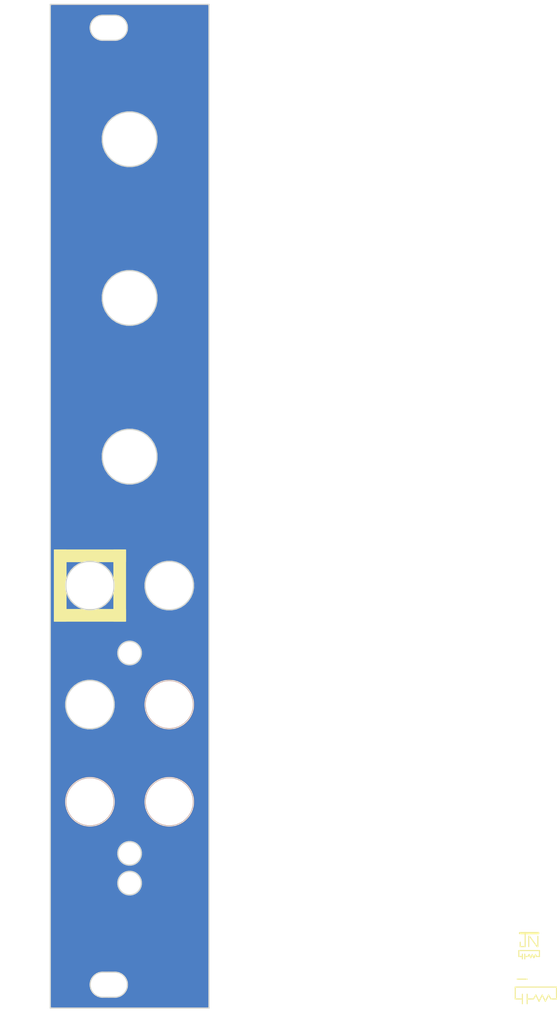
<source format=kicad_pcb>
(kicad_pcb (version 20171130) (host pcbnew "(5.1.9-0-10_14)")

  (general
    (thickness 1.6)
    (drawings 157)
    (tracks 0)
    (zones 0)
    (modules 0)
    (nets 1)
  )

  (page A4)
  (layers
    (0 F.Cu signal)
    (31 B.Cu signal)
    (32 B.Adhes user)
    (33 F.Adhes user)
    (34 B.Paste user)
    (35 F.Paste user)
    (36 B.SilkS user)
    (37 F.SilkS user)
    (38 B.Mask user)
    (39 F.Mask user)
    (40 Dwgs.User user)
    (41 Cmts.User user)
    (42 Eco1.User user)
    (43 Eco2.User user)
    (44 Edge.Cuts user)
    (45 Margin user)
    (46 B.CrtYd user)
    (47 F.CrtYd user)
    (48 B.Fab user hide)
    (49 F.Fab user hide)
  )

  (setup
    (last_trace_width 0.4064)
    (user_trace_width 0.2032)
    (user_trace_width 0.254)
    (user_trace_width 0.4064)
    (user_trace_width 0.508)
    (user_trace_width 0.6096)
    (user_trace_width 0.762)
    (user_trace_width 1.016)
    (trace_clearance 0.3048)
    (zone_clearance 0)
    (zone_45_only no)
    (trace_min 0.2032)
    (via_size 0.762)
    (via_drill 0.4064)
    (via_min_size 0.45)
    (via_min_drill 0.2)
    (user_via 0.6096 0.4064)
    (uvia_size 0.6)
    (uvia_drill 0.4)
    (uvias_allowed no)
    (uvia_min_size 0.45)
    (uvia_min_drill 0.2)
    (edge_width 0.15)
    (segment_width 0.2)
    (pcb_text_width 0.3)
    (pcb_text_size 1.5 1.5)
    (mod_edge_width 0.15)
    (mod_text_size 1 1)
    (mod_text_width 0.15)
    (pad_size 2.999999 2.999999)
    (pad_drill 2)
    (pad_to_mask_clearance 0)
    (aux_axis_origin 0 0)
    (visible_elements FFFFFF7F)
    (pcbplotparams
      (layerselection 0x010f0_ffffffff)
      (usegerberextensions false)
      (usegerberattributes true)
      (usegerberadvancedattributes true)
      (creategerberjobfile true)
      (excludeedgelayer true)
      (linewidth 0.100000)
      (plotframeref false)
      (viasonmask false)
      (mode 1)
      (useauxorigin false)
      (hpglpennumber 1)
      (hpglpenspeed 20)
      (hpglpendiameter 15.000000)
      (psnegative false)
      (psa4output false)
      (plotreference true)
      (plotvalue true)
      (plotinvisibletext false)
      (padsonsilk false)
      (subtractmaskfromsilk false)
      (outputformat 1)
      (mirror false)
      (drillshape 0)
      (scaleselection 1)
      (outputdirectory ""))
  )

  (net 0 "")

  (net_class Default "This is the default net class."
    (clearance 0.3048)
    (trace_width 0.4064)
    (via_dia 0.762)
    (via_drill 0.4064)
    (uvia_dia 0.6)
    (uvia_drill 0.4)
    (diff_pair_width 0.2032)
    (diff_pair_gap 0.25)
  )

  (net_class Medium ""
    (clearance 0.3048)
    (trace_width 0.3048)
    (via_dia 0.762)
    (via_drill 0.4064)
    (uvia_dia 0.6)
    (uvia_drill 0.4)
    (diff_pair_width 0.2032)
    (diff_pair_gap 0.25)
  )

  (net_class Power ""
    (clearance 0.508)
    (trace_width 0.6096)
    (via_dia 0.762)
    (via_drill 0.4064)
    (uvia_dia 0.6)
    (uvia_drill 0.4)
    (diff_pair_width 0.2032)
    (diff_pair_gap 0.25)
  )

  (net_class Small ""
    (clearance 0.3048)
    (trace_width 0.254)
    (via_dia 0.762)
    (via_drill 0.4064)
    (uvia_dia 0.6)
    (uvia_drill 0.4)
    (diff_pair_width 0.2032)
    (diff_pair_gap 0.25)
  )

  (net_class "Small and Close" ""
    (clearance 0.254)
    (trace_width 0.254)
    (via_dia 0.762)
    (via_drill 0.4064)
    (uvia_dia 0.6)
    (uvia_drill 0.4)
    (diff_pair_width 0.2032)
    (diff_pair_gap 0.25)
  )

  (gr_poly (pts (xy 87.63 106.426) (xy 87.63 104.902) (xy 96.774 104.902) (xy 96.774 106.426)) (layer F.SilkS) (width 0.1) (tstamp 5FF569BB))
  (gr_poly (pts (xy 89.154 114.046) (xy 87.63 114.046) (xy 87.63 104.902) (xy 89.154 104.902)) (layer F.SilkS) (width 0.1) (tstamp 5FF569B0))
  (gr_poly (pts (xy 96.774 112.522) (xy 96.774 114.046) (xy 87.63 114.046) (xy 87.63 112.522)) (layer F.SilkS) (width 0.1) (tstamp 5FF569A9))
  (gr_poly (pts (xy 96.774 114.046) (xy 95.25 114.046) (xy 95.25 104.902) (xy 96.774 104.902)) (layer F.SilkS) (width 0.1))
  (gr_line (start 97.282 52.324) (end 103.4034 58.4454) (layer Eco1.User) (width 0.15) (tstamp 5FF565C2))
  (gr_line (start 97.282 52.324) (end 91.1606 58.4454) (layer Eco1.User) (width 0.15) (tstamp 5FF5631F))
  (gr_line (start 97.282 52.324) (end 88.646 52.324) (layer Eco1.User) (width 0.15) (tstamp 5FF56282))
  (gr_line (start 97.282 52.324) (end 91.1606 46.2026) (layer Eco1.User) (width 0.15) (tstamp 5FF56265))
  (gr_circle (center 97.282 52.324) (end 105.918 51.562) (layer Eco1.User) (width 0.15))
  (gr_line (start 97.282 52.324) (end 103.4034 46.2026) (layer Eco1.User) (width 0.15) (tstamp 5FF561C2))
  (gr_line (start 97.282 52.324) (end 97.282 43.688) (layer Eco1.User) (width 0.15))
  (gr_circle (center 102.362 124.714) (end 106.172 124.714) (layer F.Cu) (width 1.6) (tstamp 5FF55EF7))
  (gr_circle (center 102.362 137.16) (end 106.172 137.16) (layer F.Cu) (width 1.6) (tstamp 5FF55EC9))
  (gr_circle (center 92.202 137.16) (end 96.012 137.16) (layer F.Cu) (width 1.6))
  (gr_line (start 87.122 147.574) (end 107.442 147.574) (layer Dwgs.User) (width 0.15) (tstamp 5FF559B6))
  (gr_line (start 87.122 143.764) (end 107.442 143.764) (layer Dwgs.User) (width 0.15) (tstamp 5FF559B4))
  (gr_line (start 87.122 52.324) (end 107.442 52.324) (layer Dwgs.User) (width 0.15) (tstamp 5FF55938))
  (gr_line (start 87.122 72.644) (end 107.442 72.644) (layer Dwgs.User) (width 0.15) (tstamp 5FF55934))
  (gr_line (start 87.122 92.964) (end 107.442 92.964) (layer Dwgs.User) (width 0.15) (tstamp 5FF5592E))
  (gr_line (start 87.122 109.474) (end 107.442 109.474) (layer Dwgs.User) (width 0.15) (tstamp 5FF55354))
  (gr_line (start 87.122 118.11) (end 107.442 118.11) (layer Dwgs.User) (width 0.15) (tstamp 5FF5534F))
  (gr_line (start 87.122 124.714) (end 107.442 124.714) (layer Dwgs.User) (width 0.15) (tstamp 5FF5534B))
  (gr_line (start 87.122 137.16) (end 107.442 137.16) (layer Dwgs.User) (width 0.15))
  (gr_line (start 94.615 162.179) (end 95.4024 162.179) (layer Edge.Cuts) (width 0.15) (tstamp 5FF550DD))
  (gr_line (start 94.615 162.179) (end 93.8276 162.179) (layer Edge.Cuts) (width 0.15) (tstamp 5FF550DB))
  (gr_line (start 94.615 160.5788) (end 94.4626 160.7312) (layer Dwgs.User) (width 0.1) (tstamp 5FF550DE))
  (gr_line (start 94.615 158.9786) (end 95.4024 158.9786) (layer Edge.Cuts) (width 0.15) (tstamp 5FF550D5))
  (gr_line (start 94.615 160.5788) (end 94.7674 160.4264) (layer Dwgs.User) (width 0.1) (tstamp 5FF550E0))
  (gr_line (start 94.615 160.5788) (end 94.4626 160.4264) (layer Dwgs.User) (width 0.1) (tstamp 5FF550D8))
  (gr_line (start 94.615 158.9786) (end 93.8276 158.9786) (layer Edge.Cuts) (width 0.15) (tstamp 5FF550D6))
  (gr_arc (start 93.8276 160.5788) (end 92.2274 160.5788) (angle -90) (layer Edge.Cuts) (width 0.15) (tstamp 5FF550D9))
  (gr_arc (start 95.4024 160.5788) (end 95.4024 162.179) (angle -90) (layer Edge.Cuts) (width 0.15) (tstamp 5FF550D7))
  (gr_arc (start 93.8276 160.5788) (end 93.8276 158.9786) (angle -90) (layer Edge.Cuts) (width 0.15) (tstamp 5FF550DF))
  (gr_arc (start 95.4024 160.5788) (end 97.0026 160.5788) (angle -90) (layer Edge.Cuts) (width 0.15) (tstamp 5FF550DA))
  (gr_line (start 94.615 160.5788) (end 94.7674 160.7312) (layer Dwgs.User) (width 0.1) (tstamp 5FF550DC))
  (gr_circle (center 94.615 160.5788) (end 96.215 160.5788) (layer Dwgs.User) (width 0.05))
  (gr_line (start 94.615 36.449) (end 95.4024 36.449) (layer Edge.Cuts) (width 0.15) (tstamp 5FF55094))
  (gr_line (start 93.8276 39.6494) (end 93.8276 38.0492) (layer Dwgs.User) (width 0.05) (tstamp 5FF55070))
  (gr_circle (center 94.615 38.0492) (end 96.215 38.0492) (layer Dwgs.User) (width 0.05) (tstamp 5FF54FEB))
  (gr_line (start 94.615 36.449) (end 93.8276 36.449) (layer Edge.Cuts) (width 0.15) (tstamp 5FF55069))
  (gr_arc (start 95.4024 38.0492) (end 95.4024 39.6494) (angle -90) (layer Edge.Cuts) (width 0.15) (tstamp 5FF5509E))
  (gr_line (start 94.615 38.0492) (end 94.4626 37.8968) (layer Dwgs.User) (width 0.1) (tstamp 5FF550A8))
  (gr_arc (start 93.8276 38.0492) (end 92.2274 38.0492) (angle -90) (layer Edge.Cuts) (width 0.15))
  (gr_arc (start 95.4024 38.0492) (end 97.0026 38.0492) (angle -90) (layer Edge.Cuts) (width 0.15) (tstamp 5FF550A2))
  (gr_line (start 94.615 39.6494) (end 93.8276 39.6494) (layer Edge.Cuts) (width 0.15) (tstamp 5FF55087))
  (gr_line (start 94.615 38.0492) (end 94.7674 38.2016) (layer Dwgs.User) (width 0.1) (tstamp 5FF550AE))
  (gr_line (start 94.615 39.6494) (end 95.4024 39.6494) (layer Edge.Cuts) (width 0.15) (tstamp 5FF5508E))
  (gr_line (start 94.615 38.0492) (end 94.4626 38.2016) (layer Dwgs.User) (width 0.1) (tstamp 5FF550AB))
  (gr_arc (start 93.8276 38.0492) (end 93.8276 36.449) (angle -90) (layer Edge.Cuts) (width 0.15))
  (gr_line (start 93.8276 38.0492) (end 93.8276 36.449) (layer Dwgs.User) (width 0.05))
  (gr_line (start 94.615 38.0492) (end 94.7674 37.8968) (layer Dwgs.User) (width 0.1))
  (gr_circle (center 97.282 52.324) (end 100.782 52.324) (layer Edge.Cuts) (width 0.15) (tstamp 5FF55120))
  (gr_circle (center 97.282 72.644) (end 100.782 72.644) (layer Edge.Cuts) (width 0.15) (tstamp 5FF55115))
  (gr_circle (center 97.282 92.964) (end 100.782 92.964) (layer Edge.Cuts) (width 0.15))
  (gr_circle (center 92.202 137.16) (end 95.302 137.16) (layer Edge.Cuts) (width 0.15) (tstamp 5FF55104))
  (gr_circle (center 102.362 137.16) (end 105.462 137.16) (layer Edge.Cuts) (width 0.15) (tstamp 5FF55102))
  (gr_circle (center 102.362 124.714) (end 105.462 124.714) (layer Edge.Cuts) (width 0.15) (tstamp 5FF55100))
  (gr_line (start 87.122 39.243) (end 94.615 39.243) (layer Dwgs.User) (width 0.05) (tstamp 5FF54FE9))
  (gr_line (start 87.122 38.0492) (end 94.615 38.0492) (layer Dwgs.User) (width 0.05))
  (dimension 2.9972 (width 0.15) (layer Dwgs.User)
    (gr_text "2.997 mm" (at 84.6028 36.5506 270) (layer Dwgs.User)
      (effects (font (size 1 1) (thickness 0.15)))
    )
    (feature1 (pts (xy 87.122 38.0492) (xy 85.316379 38.0492)))
    (feature2 (pts (xy 87.122 35.052) (xy 85.316379 35.052)))
    (crossbar (pts (xy 85.9028 35.052) (xy 85.9028 38.0492)))
    (arrow1a (pts (xy 85.9028 38.0492) (xy 85.316379 36.922696)))
    (arrow1b (pts (xy 85.9028 38.0492) (xy 86.489221 36.922696)))
    (arrow2a (pts (xy 85.9028 35.052) (xy 85.316379 36.178504)))
    (arrow2b (pts (xy 85.9028 35.052) (xy 86.489221 36.178504)))
  )
  (gr_line (start 94.615 163.576) (end 94.615 35.052) (layer Dwgs.User) (width 0.05) (tstamp 5FF54F67))
  (dimension 7.493 (width 0.15) (layer Dwgs.User) (tstamp 5FF54F74)
    (gr_text "7.5 mm" (at 90.8685 166.3976) (layer Dwgs.User) (tstamp 5FF54F74)
      (effects (font (size 1 1) (thickness 0.15)))
    )
    (feature1 (pts (xy 94.615 163.576) (xy 94.615 165.534021)))
    (feature2 (pts (xy 87.122 163.576) (xy 87.122 165.534021)))
    (crossbar (pts (xy 87.122 164.9476) (xy 94.615 164.9476)))
    (arrow1a (pts (xy 94.615 164.9476) (xy 93.488496 165.534021)))
    (arrow1b (pts (xy 94.615 164.9476) (xy 93.488496 164.361179)))
    (arrow2a (pts (xy 87.122 164.9476) (xy 88.248504 165.534021)))
    (arrow2b (pts (xy 87.122 164.9476) (xy 88.248504 164.361179)))
  )
  (dimension 2.9972 (width 0.15) (layer Dwgs.User) (tstamp 5FF54F43)
    (gr_text "3 mm" (at 84.3488 162.0774 -90) (layer Dwgs.User) (tstamp 5FF54F43)
      (effects (font (size 1 1) (thickness 0.15)))
    )
    (feature1 (pts (xy 87.122 163.576) (xy 85.062379 163.576)))
    (feature2 (pts (xy 87.122 160.5788) (xy 85.062379 160.5788)))
    (crossbar (pts (xy 85.6488 160.5788) (xy 85.6488 163.576)))
    (arrow1a (pts (xy 85.6488 163.576) (xy 85.062379 162.449496)))
    (arrow1b (pts (xy 85.6488 163.576) (xy 86.235221 162.449496)))
    (arrow2a (pts (xy 85.6488 160.5788) (xy 85.062379 161.705304)))
    (arrow2b (pts (xy 85.6488 160.5788) (xy 86.235221 161.705304)))
  )
  (gr_circle (center 97.282 147.574) (end 98.782 147.574) (layer Edge.Cuts) (width 0.15) (tstamp 5FF54F79))
  (gr_circle (center 97.282 143.764) (end 98.782 143.764) (layer Edge.Cuts) (width 0.15) (tstamp 5FF54F6D))
  (gr_circle (center 92.202 124.714) (end 95.302 124.714) (layer Edge.Cuts) (width 0.15) (tstamp 5FF54F70))
  (gr_circle (center 102.362 109.474) (end 105.462 109.474) (layer Edge.Cuts) (width 0.15) (tstamp 5FF54F6A))
  (gr_circle (center 97.282 118.11) (end 98.782 118.11) (layer Edge.Cuts) (width 0.15) (tstamp 5FF54FB2))
  (gr_line (start 196.215 74.295) (end 209.296 74.295) (layer B.Fab) (width 0.6) (tstamp 5FEEE897))
  (gr_text "Red Stripe" (at 199.644 73.406) (layer B.Fab)
    (effects (font (size 0.8 0.8) (thickness 0.15)) (justify mirror))
  )
  (gr_line (start 146.9136 159.8676) (end 147.5486 159.8676) (layer F.SilkS) (width 0.15) (tstamp 5FED5CC2))
  (gr_line (start 147.5486 159.8676) (end 148.1836 159.8676) (layer F.SilkS) (width 0.15) (tstamp 5FED5CC0))
  (gr_line (start 273.4056 167.4876) (end 273.4056 167.9956) (layer F.Fab) (width 0.3) (tstamp 5FED5CBB))
  (gr_line (start 273.4056 168.5036) (end 273.4056 167.9956) (layer F.Fab) (width 0.3))
  (gr_line (start 277.1648 168.5036) (end 271.8816 168.5036) (layer F.Fab) (width 0.3) (tstamp 5FED5CB7))
  (gr_line (start 277.1648 170.0276) (end 277.1648 168.5036) (layer F.Fab) (width 0.3))
  (gr_line (start 276.4536 170.0276) (end 277.1648 170.0276) (layer F.Fab) (width 0.3))
  (gr_line (start 276.1488 169.5196) (end 276.4536 170.0276) (layer F.Fab) (width 0.3))
  (gr_line (start 275.7424 170.3324) (end 276.1488 169.5196) (layer F.Fab) (width 0.3))
  (gr_line (start 275.336 169.5196) (end 275.7424 170.3324) (layer F.Fab) (width 0.3))
  (gr_line (start 274.9296 170.3324) (end 275.336 169.5196) (layer F.Fab) (width 0.3))
  (gr_line (start 274.5232 169.5196) (end 274.9296 170.3324) (layer F.Fab) (width 0.3))
  (gr_line (start 274.2184 170.0276) (end 274.5232 169.5196) (layer F.Fab) (width 0.3))
  (gr_line (start 273.4056 170.0276) (end 274.2184 170.0276) (layer F.Fab) (width 0.3))
  (gr_line (start 273.4056 169.418) (end 273.4056 170.6372) (layer F.Fab) (width 0.3))
  (gr_line (start 272.796 169.418) (end 272.796 170.6372) (layer F.Fab) (width 0.3))
  (gr_line (start 271.8816 170.0276) (end 272.796 170.0276) (layer F.Fab) (width 0.3))
  (gr_line (start 271.8816 168.5036) (end 271.8816 170.0276) (layer F.Fab) (width 0.3))
  (gr_line (start 148.1836 162.4076) (end 148.1836 161.798) (layer F.SilkS) (width 0.15) (tstamp 5FED5CA5))
  (gr_line (start 148.1836 163.0172) (end 148.1836 162.4076) (layer F.SilkS) (width 0.15) (tstamp 5FED5CA3))
  (gr_line (start 148.1836 162.4076) (end 148.59 162.4076) (layer F.SilkS) (width 0.15) (tstamp 5FED5CA0))
  (gr_line (start 148.59 162.4076) (end 148.9964 162.4076) (layer F.SilkS) (width 0.15) (tstamp 5FED5C9E))
  (gr_line (start 148.9964 162.4076) (end 149.1488 162.1536) (layer F.SilkS) (width 0.15) (tstamp 5FED5C9B))
  (gr_line (start 149.1488 162.1536) (end 149.3012 161.8996) (layer F.SilkS) (width 0.15) (tstamp 5FED5C99))
  (gr_line (start 149.3012 161.8996) (end 149.5044 162.306) (layer F.SilkS) (width 0.15) (tstamp 5FED5C93))
  (gr_line (start 149.5044 162.306) (end 149.7076 162.7124) (layer F.SilkS) (width 0.15) (tstamp 5FED5C91))
  (gr_line (start 149.7076 162.7124) (end 149.9108 162.306) (layer F.SilkS) (width 0.15) (tstamp 5FED5C8E))
  (gr_line (start 149.9108 162.306) (end 150.114 161.8996) (layer F.SilkS) (width 0.15) (tstamp 5FED5C8A))
  (gr_line (start 150.114 161.8996) (end 150.3172 162.306) (layer F.SilkS) (width 0.15) (tstamp 5FED5C87))
  (gr_line (start 150.3172 162.306) (end 150.5204 162.7124) (layer F.SilkS) (width 0.15) (tstamp 5FED5C85))
  (gr_line (start 150.5204 162.7124) (end 150.7236 162.306) (layer F.SilkS) (width 0.15) (tstamp 5FED5C81))
  (gr_line (start 150.7236 162.306) (end 150.9268 161.8996) (layer F.SilkS) (width 0.15) (tstamp 5FED5C7E))
  (gr_line (start 150.9268 161.8996) (end 151.0792 162.1536) (layer F.SilkS) (width 0.15) (tstamp 5FED5C76))
  (gr_line (start 151.0792 162.1536) (end 151.2316 162.4076) (layer F.SilkS) (width 0.15) (tstamp 5FED5C74))
  (gr_line (start 151.2316 162.4076) (end 151.5872 162.4076) (layer F.SilkS) (width 0.15) (tstamp 5FED5C71))
  (gr_line (start 151.5872 162.4076) (end 151.9428 162.4076) (layer F.SilkS) (width 0.15) (tstamp 5FED5C6F))
  (gr_line (start 151.9428 161.6456) (end 151.9428 162.4076) (layer F.SilkS) (width 0.15) (tstamp 5FED5C43))
  (gr_line (start 151.9428 161.6456) (end 151.9428 160.8836) (layer F.SilkS) (width 0.15) (tstamp 5FED5C3F))
  (gr_line (start 151.9428 160.8836) (end 149.3012 160.8836) (layer F.SilkS) (width 0.15) (tstamp 5FED5C3A))
  (gr_line (start 146.6596 160.8836) (end 149.3012 160.8836) (layer F.SilkS) (width 0.15) (tstamp 5FED5C38))
  (gr_line (start 146.6596 160.8836) (end 146.6596 161.6456) (layer F.SilkS) (width 0.15) (tstamp 5FED5C34))
  (gr_line (start 146.6596 161.6456) (end 146.6596 162.4076) (layer F.SilkS) (width 0.15) (tstamp 5FED5C32))
  (gr_line (start 147.1168 162.4076) (end 146.6596 162.4076) (layer F.SilkS) (width 0.15) (tstamp 5FED5C2D))
  (gr_line (start 147.1168 162.4076) (end 147.574 162.4076) (layer F.SilkS) (width 0.15) (tstamp 5FED5C2B))
  (gr_line (start 147.574 162.4076) (end 147.574 161.798) (layer F.SilkS) (width 0.15) (tstamp 5FED5C27))
  (gr_line (start 147.574 163.0172) (end 147.574 162.4076) (layer F.SilkS) (width 0.15) (tstamp 5FED5C25))
  (gr_line (start 148.3868 155.702) (end 148.3868 154.3812) (layer F.SilkS) (width 0.15) (tstamp 5FED5B67))
  (gr_line (start 147.574 157.2768) (end 147.574 156.6672) (layer F.SilkS) (width 0.15) (tstamp 5FED5C14))
  (gr_line (start 147.2946 155.702) (end 147.9296 155.702) (layer F.SilkS) (width 0.15) (tstamp 5FED5B64))
  (gr_line (start 148.2852 156.972) (end 148.4376 156.718) (layer F.SilkS) (width 0.15) (tstamp 5FED5B63))
  (gr_line (start 149.4536 155.702) (end 149.5552 155.702) (layer F.SilkS) (width 0.15) (tstamp 5FED5B62))
  (gr_line (start 147.1168 156.972) (end 147.574 156.972) (layer F.SilkS) (width 0.15) (tstamp 5FED5B61))
  (gr_line (start 149.7584 156.21) (end 149.7584 156.972) (layer F.SilkS) (width 0.15) (tstamp 5FED5B60))
  (gr_line (start 147.9296 155.702) (end 147.9296 153.924) (layer F.SilkS) (width 0.15) (tstamp 5FED5B5F))
  (gr_line (start 147.8788 156.6672) (end 147.8788 157.2768) (layer F.SilkS) (width 0.15) (tstamp 5FED5B5E))
  (gr_line (start 147.1168 156.21) (end 147.1168 156.972) (layer F.SilkS) (width 0.15) (tstamp 5FED5B5D))
  (gr_line (start 148.4884 154.3812) (end 149.4536 155.702) (layer F.SilkS) (width 0.15) (tstamp 5FED5B5C))
  (gr_line (start 149.5552 155.702) (end 149.5552 154.3812) (layer F.SilkS) (width 0.15) (tstamp 5FED5B5B))
  (gr_line (start 149.2504 156.718) (end 149.4028 156.972) (layer F.SilkS) (width 0.15) (tstamp 5FED5B5A))
  (gr_line (start 148.3868 154.3812) (end 148.4884 154.3812) (layer F.SilkS) (width 0.15) (tstamp 5FED5B59))
  (gr_line (start 149.0472 157.1244) (end 149.2504 156.718) (layer F.SilkS) (width 0.15) (tstamp 5FED5B58))
  (gr_line (start 148.4376 156.718) (end 148.6408 157.1244) (layer F.SilkS) (width 0.15) (tstamp 5FED5B57))
  (gr_line (start 148.844 156.718) (end 149.0472 157.1244) (layer F.SilkS) (width 0.15) (tstamp 5FED5B56))
  (gr_line (start 149.4028 156.972) (end 149.7584 156.972) (layer F.SilkS) (width 0.15) (tstamp 5FED5B55))
  (gr_line (start 147.2946 155.1432) (end 147.2946 155.702) (layer F.SilkS) (width 0.15) (tstamp 5FED5B54))
  (gr_line (start 147.2692 153.9748) (end 149.606 153.9748) (layer F.SilkS) (width 0.3) (tstamp 5FED5B53))
  (gr_line (start 147.8788 156.972) (end 148.2852 156.972) (layer F.SilkS) (width 0.15) (tstamp 5FED5B52))
  (gr_line (start 148.6408 157.1244) (end 148.844 156.718) (layer F.SilkS) (width 0.15) (tstamp 5FED5B51))
  (gr_line (start 147.1168 156.21) (end 149.7584 156.21) (layer F.SilkS) (width 0.15) (tstamp 5FED5B50))
  (gr_line (start 87.122 160.5788) (end 94.615 160.5788) (layer Dwgs.User) (width 0.05) (tstamp 5FF54FAF))
  (gr_line (start 102.362 163.576) (end 102.362 34.544) (angle 90) (layer Dwgs.User) (width 0.1) (tstamp 5FF54FAC))
  (gr_line (start 92.202 163.576) (end 92.202 34.544) (angle 90) (layer Dwgs.User) (width 0.1) (tstamp 5FF54FA9))
  (gr_line (start 97.282 34.544) (end 97.282 163.576) (angle 90) (layer Dwgs.User) (width 0.1) (tstamp 5FF54FA6))
  (gr_circle (center 102.362 137.16) (end 106.362 137.16) (layer Dwgs.User) (width 0.2) (tstamp 5FF54FA3))
  (gr_circle (center 92.202 137.16) (end 96.202 137.16) (layer Dwgs.User) (width 0.2) (tstamp 5FF54FA0))
  (gr_circle (center 102.362 124.714) (end 106.362 124.714) (layer Dwgs.User) (width 0.2) (tstamp 5FF54F9D))
  (gr_circle (center 92.202 124.714) (end 96.202 124.714) (layer Dwgs.User) (width 0.2) (tstamp 5FF54F9A))
  (gr_circle (center 92.202 109.474) (end 95.302 109.474) (layer Edge.Cuts) (width 0.15) (tstamp 5FF54F97))
  (gr_circle (center 92.202 109.474) (end 96.202 109.474) (layer Dwgs.User) (width 0.2) (tstamp 5FF54F94))
  (gr_circle (center 102.362 109.474) (end 106.362 109.474) (layer Dwgs.User) (width 0.2) (tstamp 5FF54F91))
  (gr_line (start 87.122 35.052) (end 107.442 35.052) (angle 90) (layer Edge.Cuts) (width 0.15) (tstamp 5FF54F8E))
  (gr_line (start 87.122 163.576) (end 107.442 163.576) (angle 90) (layer Edge.Cuts) (width 0.15) (tstamp 5FF54F8B))
  (gr_line (start 107.442 35.052) (end 107.442 163.576) (angle 90) (layer Edge.Cuts) (width 0.15) (tstamp 5FF54F88))
  (gr_line (start 87.122 35.052) (end 87.122 163.576) (angle 90) (layer Edge.Cuts) (width 0.15) (tstamp 5FF54F85))
  (gr_circle (center 97.282 52.324) (end 104.282 52.324) (layer Dwgs.User) (width 0.2) (tstamp 5FF54F82))
  (gr_circle (center 97.282 72.644) (end 104.282 72.644) (layer Dwgs.User) (width 0.2) (tstamp 5FF54F7F))
  (gr_circle (center 97.282 92.964) (end 104.282 92.964) (layer Dwgs.User) (width 0.2) (tstamp 5FF54F7C))

  (zone (net 0) (net_name "") (layer F.Cu) (tstamp 0) (hatch edge 0.508)
    (connect_pads (clearance 0))
    (min_thickness 0.254)
    (fill yes (arc_segments 32) (thermal_gap 0.508) (thermal_bridge_width 0.508))
    (polygon
      (pts
        (xy 107.442 163.576) (xy 87.122 163.576) (xy 87.122 157.734) (xy 107.442 157.734)
      )
    )
    (filled_polygon
      (pts
        (xy 107.240001 163.374) (xy 87.324 163.374) (xy 87.324 160.579505) (xy 92.025401 160.579505) (xy 92.02544 160.590676)
        (xy 92.026332 160.59946) (xy 92.026271 160.608279) (xy 92.026546 160.611086) (xy 92.059191 160.92168) (xy 92.062868 160.939596)
        (xy 92.066303 160.957598) (xy 92.067118 160.960298) (xy 92.159469 161.258635) (xy 92.166553 161.275488) (xy 92.173422 161.292488)
        (xy 92.174746 161.294978) (xy 92.323285 161.569696) (xy 92.333524 161.584876) (xy 92.343548 161.600194) (xy 92.34533 161.602379)
        (xy 92.5444 161.843014) (xy 92.557395 161.855919) (xy 92.570201 161.868996) (xy 92.572374 161.870794) (xy 92.814393 162.06818)
        (xy 92.829655 162.07832) (xy 92.844749 162.088655) (xy 92.847225 162.089993) (xy 92.847229 162.089996) (xy 92.847233 162.089998)
        (xy 93.122978 162.236614) (xy 93.139907 162.243592) (xy 93.156733 162.250803) (xy 93.159427 162.251638) (xy 93.458402 162.341903)
        (xy 93.476364 162.345459) (xy 93.494269 162.349265) (xy 93.497074 162.34956) (xy 93.807888 162.380036) (xy 93.807892 162.380036)
        (xy 93.81768 162.381) (xy 95.41232 162.381) (xy 95.412669 162.380966) (xy 95.414276 162.38096) (xy 95.42306 162.380068)
        (xy 95.431879 162.380129) (xy 95.434686 162.379854) (xy 95.74528 162.347209) (xy 95.763196 162.343532) (xy 95.781198 162.340097)
        (xy 95.783898 162.339282) (xy 96.082235 162.246931) (xy 96.099088 162.239847) (xy 96.116088 162.232978) (xy 96.118578 162.231654)
        (xy 96.393296 162.083115) (xy 96.408476 162.072876) (xy 96.423794 162.062852) (xy 96.425979 162.06107) (xy 96.666614 161.862)
        (xy 96.679519 161.849005) (xy 96.692596 161.836199) (xy 96.694394 161.834026) (xy 96.89178 161.592007) (xy 96.90192 161.576745)
        (xy 96.912255 161.561651) (xy 96.913593 161.559175) (xy 96.913596 161.559171) (xy 96.913598 161.559167) (xy 97.060214 161.283422)
        (xy 97.067192 161.266493) (xy 97.074403 161.249667) (xy 97.075238 161.246973) (xy 97.165503 160.947998) (xy 97.169059 160.930036)
        (xy 97.172865 160.912131) (xy 97.17316 160.909326) (xy 97.203636 160.598512) (xy 97.203636 160.589687) (xy 97.204589 160.580915)
        (xy 97.204599 160.578095) (xy 97.20456 160.566924) (xy 97.203668 160.55814) (xy 97.203729 160.549321) (xy 97.203454 160.546514)
        (xy 97.170809 160.23592) (xy 97.167132 160.218004) (xy 97.163697 160.200002) (xy 97.162882 160.197302) (xy 97.070531 159.898965)
        (xy 97.063447 159.882112) (xy 97.056578 159.865112) (xy 97.055254 159.862622) (xy 96.906715 159.587904) (xy 96.896476 159.572724)
        (xy 96.886452 159.557406) (xy 96.88467 159.55522) (xy 96.6856 159.314586) (xy 96.672621 159.301697) (xy 96.659799 159.288604)
        (xy 96.657626 159.286806) (xy 96.415607 159.08942) (xy 96.400345 159.07928) (xy 96.385251 159.068945) (xy 96.382775 159.067607)
        (xy 96.382771 159.067604) (xy 96.382767 159.067602) (xy 96.107022 158.920986) (xy 96.090125 158.914022) (xy 96.073267 158.906796)
        (xy 96.070573 158.905962) (xy 95.771598 158.815697) (xy 95.753636 158.812141) (xy 95.735731 158.808335) (xy 95.732926 158.80804)
        (xy 95.422112 158.777564) (xy 95.422108 158.777564) (xy 95.41232 158.7766) (xy 93.81768 158.7766) (xy 93.817331 158.776634)
        (xy 93.815724 158.77664) (xy 93.80694 158.777532) (xy 93.798121 158.777471) (xy 93.795314 158.777746) (xy 93.48472 158.810391)
        (xy 93.466804 158.814068) (xy 93.448802 158.817503) (xy 93.446102 158.818318) (xy 93.147765 158.910669) (xy 93.130912 158.917753)
        (xy 93.113912 158.924622) (xy 93.111422 158.925946) (xy 92.836704 159.074485) (xy 92.821524 159.084724) (xy 92.806206 159.094748)
        (xy 92.80402 159.09653) (xy 92.563386 159.2956) (xy 92.550497 159.308579) (xy 92.537404 159.321401) (xy 92.535606 159.323574)
        (xy 92.33822 159.565593) (xy 92.32808 159.580855) (xy 92.317745 159.595949) (xy 92.316407 159.598425) (xy 92.316404 159.598429)
        (xy 92.316404 159.59843) (xy 92.169786 159.874178) (xy 92.162822 159.891075) (xy 92.155596 159.907933) (xy 92.154762 159.910627)
        (xy 92.064497 160.209602) (xy 92.060941 160.227564) (xy 92.057135 160.245469) (xy 92.05684 160.248274) (xy 92.026364 160.559088)
        (xy 92.026364 160.567913) (xy 92.025411 160.576685) (xy 92.025401 160.579505) (xy 87.324 160.579505) (xy 87.324 157.861)
        (xy 107.240001 157.861)
      )
    )
  )
  (zone (net 0) (net_name "") (layer F.Cu) (tstamp 5FF55BC2) (hatch edge 0.508)
    (connect_pads (clearance 0))
    (min_thickness 0.254)
    (fill yes (arc_segments 32) (thermal_gap 0.508) (thermal_bridge_width 0.508))
    (polygon
      (pts
        (xy 107.442 40.894) (xy 87.122 40.894) (xy 87.122 35.052) (xy 107.442 35.052)
      )
    )
    (filled_polygon
      (pts
        (xy 107.24 40.767) (xy 87.324 40.767) (xy 87.324 38.049905) (xy 92.025401 38.049905) (xy 92.02544 38.061076)
        (xy 92.026332 38.06986) (xy 92.026271 38.078679) (xy 92.026546 38.081486) (xy 92.059191 38.39208) (xy 92.062868 38.409996)
        (xy 92.066303 38.427998) (xy 92.067118 38.430698) (xy 92.159469 38.729035) (xy 92.166553 38.745888) (xy 92.173422 38.762888)
        (xy 92.174746 38.765378) (xy 92.323285 39.040096) (xy 92.333524 39.055276) (xy 92.343548 39.070594) (xy 92.34533 39.072779)
        (xy 92.5444 39.313414) (xy 92.557395 39.326319) (xy 92.570201 39.339396) (xy 92.572374 39.341194) (xy 92.814393 39.53858)
        (xy 92.829655 39.54872) (xy 92.844749 39.559055) (xy 92.847225 39.560393) (xy 92.847229 39.560396) (xy 92.847233 39.560398)
        (xy 93.122978 39.707014) (xy 93.139907 39.713992) (xy 93.156733 39.721203) (xy 93.159427 39.722038) (xy 93.458402 39.812303)
        (xy 93.476364 39.815859) (xy 93.494269 39.819665) (xy 93.497074 39.81996) (xy 93.807888 39.850436) (xy 93.807892 39.850436)
        (xy 93.81768 39.8514) (xy 95.41232 39.8514) (xy 95.412669 39.851366) (xy 95.414276 39.85136) (xy 95.42306 39.850468)
        (xy 95.431879 39.850529) (xy 95.434686 39.850254) (xy 95.74528 39.817609) (xy 95.763196 39.813932) (xy 95.781198 39.810497)
        (xy 95.783898 39.809682) (xy 96.082235 39.717331) (xy 96.099088 39.710247) (xy 96.116088 39.703378) (xy 96.118578 39.702054)
        (xy 96.393296 39.553515) (xy 96.408476 39.543276) (xy 96.423794 39.533252) (xy 96.425979 39.53147) (xy 96.666614 39.3324)
        (xy 96.679519 39.319405) (xy 96.692596 39.306599) (xy 96.694394 39.304426) (xy 96.89178 39.062407) (xy 96.90192 39.047145)
        (xy 96.912255 39.032051) (xy 96.913593 39.029575) (xy 96.913596 39.029571) (xy 96.913598 39.029567) (xy 97.060214 38.753822)
        (xy 97.067192 38.736893) (xy 97.074403 38.720067) (xy 97.075238 38.717373) (xy 97.165503 38.418398) (xy 97.169059 38.400436)
        (xy 97.172865 38.382531) (xy 97.17316 38.379726) (xy 97.203636 38.068912) (xy 97.203636 38.060087) (xy 97.204589 38.051315)
        (xy 97.204599 38.048495) (xy 97.20456 38.037324) (xy 97.203668 38.02854) (xy 97.203729 38.019721) (xy 97.203454 38.016914)
        (xy 97.170809 37.70632) (xy 97.167132 37.688404) (xy 97.163697 37.670402) (xy 97.162882 37.667702) (xy 97.070531 37.369365)
        (xy 97.063447 37.352512) (xy 97.056578 37.335512) (xy 97.055254 37.333022) (xy 96.906715 37.058304) (xy 96.896476 37.043124)
        (xy 96.886452 37.027806) (xy 96.88467 37.02562) (xy 96.6856 36.784986) (xy 96.672621 36.772097) (xy 96.659799 36.759004)
        (xy 96.657626 36.757206) (xy 96.415607 36.55982) (xy 96.400345 36.54968) (xy 96.385251 36.539345) (xy 96.382775 36.538007)
        (xy 96.382771 36.538004) (xy 96.382767 36.538002) (xy 96.107022 36.391386) (xy 96.090125 36.384422) (xy 96.073267 36.377196)
        (xy 96.070573 36.376362) (xy 95.771598 36.286097) (xy 95.753636 36.282541) (xy 95.735731 36.278735) (xy 95.732926 36.27844)
        (xy 95.422112 36.247964) (xy 95.422108 36.247964) (xy 95.41232 36.247) (xy 93.81768 36.247) (xy 93.817331 36.247034)
        (xy 93.815724 36.24704) (xy 93.80694 36.247932) (xy 93.798121 36.247871) (xy 93.795314 36.248146) (xy 93.48472 36.280791)
        (xy 93.466804 36.284468) (xy 93.448802 36.287903) (xy 93.446102 36.288718) (xy 93.147765 36.381069) (xy 93.130912 36.388153)
        (xy 93.113912 36.395022) (xy 93.111422 36.396346) (xy 92.836704 36.544885) (xy 92.821524 36.555124) (xy 92.806206 36.565148)
        (xy 92.80402 36.56693) (xy 92.563386 36.766) (xy 92.550497 36.778979) (xy 92.537404 36.791801) (xy 92.535606 36.793974)
        (xy 92.33822 37.035993) (xy 92.32808 37.051255) (xy 92.317745 37.066349) (xy 92.316407 37.068825) (xy 92.316404 37.068829)
        (xy 92.316404 37.06883) (xy 92.169786 37.344578) (xy 92.162822 37.361475) (xy 92.155596 37.378333) (xy 92.154762 37.381027)
        (xy 92.064497 37.680002) (xy 92.060941 37.697964) (xy 92.057135 37.715869) (xy 92.05684 37.718674) (xy 92.026364 38.029488)
        (xy 92.026364 38.038313) (xy 92.025411 38.047085) (xy 92.025401 38.049905) (xy 87.324 38.049905) (xy 87.324 35.254)
        (xy 107.24 35.254)
      )
    )
  )
  (zone (net 0) (net_name "") (layer F.Mask) (tstamp 0) (hatch edge 0.508)
    (connect_pads (clearance 0.508))
    (min_thickness 0.254)
    (fill yes (arc_segments 32) (thermal_gap 0.508) (thermal_bridge_width 0.508))
    (polygon
      (pts
        (xy 107.442 163.576) (xy 87.122 163.576) (xy 87.122 157.734) (xy 107.442 157.734)
      )
    )
    (filled_polygon
      (pts
        (xy 107.315 163.449) (xy 87.249 163.449) (xy 87.249 160.5788) (xy 92.2274 160.5788) (xy 92.247101 160.829126)
        (xy 92.305719 161.073289) (xy 92.401811 161.305276) (xy 92.533011 161.519374) (xy 92.696088 161.710312) (xy 92.887026 161.873389)
        (xy 93.101124 162.004589) (xy 93.333111 162.100681) (xy 93.577274 162.159299) (xy 93.8276 162.179) (xy 95.4024 162.179)
        (xy 95.652726 162.159299) (xy 95.896889 162.100681) (xy 96.128876 162.004589) (xy 96.342974 161.873389) (xy 96.533912 161.710312)
        (xy 96.696989 161.519374) (xy 96.828189 161.305276) (xy 96.924281 161.073289) (xy 96.982899 160.829126) (xy 97.0026 160.5788)
        (xy 96.982899 160.328474) (xy 96.924281 160.084311) (xy 96.828189 159.852324) (xy 96.696989 159.638226) (xy 96.533912 159.447288)
        (xy 96.342974 159.284211) (xy 96.128876 159.153011) (xy 95.896889 159.056919) (xy 95.652726 158.998301) (xy 95.4024 158.9786)
        (xy 93.8276 158.9786) (xy 93.577274 158.998301) (xy 93.333111 159.056919) (xy 93.101124 159.153011) (xy 92.887026 159.284211)
        (xy 92.696088 159.447288) (xy 92.533011 159.638226) (xy 92.401811 159.852324) (xy 92.305719 160.084311) (xy 92.247101 160.328474)
        (xy 92.2274 160.5788) (xy 87.249 160.5788) (xy 87.249 157.861) (xy 107.315 157.861)
      )
    )
  )
  (zone (net 0) (net_name "") (layer B.Cu) (tstamp 0) (hatch edge 0.508)
    (connect_pads (clearance 0))
    (min_thickness 0.254)
    (fill yes (arc_segments 32) (thermal_gap 0.508) (thermal_bridge_width 0.508))
    (polygon
      (pts
        (xy 107.442 163.576) (xy 87.122 163.576) (xy 87.122 35.052) (xy 107.442 35.052)
      )
    )
    (filled_polygon
      (pts
        (xy 107.240001 163.374) (xy 87.324 163.374) (xy 87.324 160.579505) (xy 92.025401 160.579505) (xy 92.02544 160.590676)
        (xy 92.026332 160.59946) (xy 92.026271 160.608279) (xy 92.026546 160.611086) (xy 92.059191 160.92168) (xy 92.062868 160.939596)
        (xy 92.066303 160.957598) (xy 92.067118 160.960298) (xy 92.159469 161.258635) (xy 92.166553 161.275488) (xy 92.173422 161.292488)
        (xy 92.174746 161.294978) (xy 92.323285 161.569696) (xy 92.333524 161.584876) (xy 92.343548 161.600194) (xy 92.34533 161.602379)
        (xy 92.5444 161.843014) (xy 92.557395 161.855919) (xy 92.570201 161.868996) (xy 92.572374 161.870794) (xy 92.814393 162.06818)
        (xy 92.829655 162.07832) (xy 92.844749 162.088655) (xy 92.847225 162.089993) (xy 92.847229 162.089996) (xy 92.847233 162.089998)
        (xy 93.122978 162.236614) (xy 93.139907 162.243592) (xy 93.156733 162.250803) (xy 93.159427 162.251638) (xy 93.458402 162.341903)
        (xy 93.476364 162.345459) (xy 93.494269 162.349265) (xy 93.497074 162.34956) (xy 93.807888 162.380036) (xy 93.807892 162.380036)
        (xy 93.81768 162.381) (xy 95.41232 162.381) (xy 95.412669 162.380966) (xy 95.414276 162.38096) (xy 95.42306 162.380068)
        (xy 95.431879 162.380129) (xy 95.434686 162.379854) (xy 95.74528 162.347209) (xy 95.763196 162.343532) (xy 95.781198 162.340097)
        (xy 95.783898 162.339282) (xy 96.082235 162.246931) (xy 96.099088 162.239847) (xy 96.116088 162.232978) (xy 96.118578 162.231654)
        (xy 96.393296 162.083115) (xy 96.408476 162.072876) (xy 96.423794 162.062852) (xy 96.425979 162.06107) (xy 96.666614 161.862)
        (xy 96.679519 161.849005) (xy 96.692596 161.836199) (xy 96.694394 161.834026) (xy 96.89178 161.592007) (xy 96.90192 161.576745)
        (xy 96.912255 161.561651) (xy 96.913593 161.559175) (xy 96.913596 161.559171) (xy 96.913598 161.559167) (xy 97.060214 161.283422)
        (xy 97.067192 161.266493) (xy 97.074403 161.249667) (xy 97.075238 161.246973) (xy 97.165503 160.947998) (xy 97.169059 160.930036)
        (xy 97.172865 160.912131) (xy 97.17316 160.909326) (xy 97.203636 160.598512) (xy 97.203636 160.589687) (xy 97.204589 160.580915)
        (xy 97.204599 160.578095) (xy 97.20456 160.566924) (xy 97.203668 160.55814) (xy 97.203729 160.549321) (xy 97.203454 160.546514)
        (xy 97.170809 160.23592) (xy 97.167132 160.218004) (xy 97.163697 160.200002) (xy 97.162882 160.197302) (xy 97.070531 159.898965)
        (xy 97.063447 159.882112) (xy 97.056578 159.865112) (xy 97.055254 159.862622) (xy 96.906715 159.587904) (xy 96.896476 159.572724)
        (xy 96.886452 159.557406) (xy 96.88467 159.55522) (xy 96.6856 159.314586) (xy 96.672621 159.301697) (xy 96.659799 159.288604)
        (xy 96.657626 159.286806) (xy 96.415607 159.08942) (xy 96.400345 159.07928) (xy 96.385251 159.068945) (xy 96.382775 159.067607)
        (xy 96.382771 159.067604) (xy 96.382767 159.067602) (xy 96.107022 158.920986) (xy 96.090125 158.914022) (xy 96.073267 158.906796)
        (xy 96.070573 158.905962) (xy 95.771598 158.815697) (xy 95.753636 158.812141) (xy 95.735731 158.808335) (xy 95.732926 158.80804)
        (xy 95.422112 158.777564) (xy 95.422108 158.777564) (xy 95.41232 158.7766) (xy 93.81768 158.7766) (xy 93.817331 158.776634)
        (xy 93.815724 158.77664) (xy 93.80694 158.777532) (xy 93.798121 158.777471) (xy 93.795314 158.777746) (xy 93.48472 158.810391)
        (xy 93.466804 158.814068) (xy 93.448802 158.817503) (xy 93.446102 158.818318) (xy 93.147765 158.910669) (xy 93.130912 158.917753)
        (xy 93.113912 158.924622) (xy 93.111422 158.925946) (xy 92.836704 159.074485) (xy 92.821524 159.084724) (xy 92.806206 159.094748)
        (xy 92.80402 159.09653) (xy 92.563386 159.2956) (xy 92.550497 159.308579) (xy 92.537404 159.321401) (xy 92.535606 159.323574)
        (xy 92.33822 159.565593) (xy 92.32808 159.580855) (xy 92.317745 159.595949) (xy 92.316407 159.598425) (xy 92.316404 159.598429)
        (xy 92.316404 159.59843) (xy 92.169786 159.874178) (xy 92.162822 159.891075) (xy 92.155596 159.907933) (xy 92.154762 159.910627)
        (xy 92.064497 160.209602) (xy 92.060941 160.227564) (xy 92.057135 160.245469) (xy 92.05684 160.248274) (xy 92.026364 160.559088)
        (xy 92.026364 160.567913) (xy 92.025411 160.576685) (xy 92.025401 160.579505) (xy 87.324 160.579505) (xy 87.324 147.405214)
        (xy 95.568292 147.405214) (xy 95.568292 147.742786) (xy 95.634149 148.07387) (xy 95.763332 148.385745) (xy 95.950876 148.666425)
        (xy 96.189575 148.905124) (xy 96.470255 149.092668) (xy 96.78213 149.221851) (xy 97.113214 149.287708) (xy 97.450786 149.287708)
        (xy 97.78187 149.221851) (xy 98.093745 149.092668) (xy 98.374425 148.905124) (xy 98.613124 148.666425) (xy 98.800668 148.385745)
        (xy 98.929851 148.07387) (xy 98.995708 147.742786) (xy 98.995708 147.405214) (xy 98.929851 147.07413) (xy 98.800668 146.762255)
        (xy 98.613124 146.481575) (xy 98.374425 146.242876) (xy 98.093745 146.055332) (xy 97.78187 145.926149) (xy 97.450786 145.860292)
        (xy 97.113214 145.860292) (xy 96.78213 145.926149) (xy 96.470255 146.055332) (xy 96.189575 146.242876) (xy 95.950876 146.481575)
        (xy 95.763332 146.762255) (xy 95.634149 147.07413) (xy 95.568292 147.405214) (xy 87.324 147.405214) (xy 87.324 143.595214)
        (xy 95.568292 143.595214) (xy 95.568292 143.932786) (xy 95.634149 144.26387) (xy 95.763332 144.575745) (xy 95.950876 144.856425)
        (xy 96.189575 145.095124) (xy 96.470255 145.282668) (xy 96.78213 145.411851) (xy 97.113214 145.477708) (xy 97.450786 145.477708)
        (xy 97.78187 145.411851) (xy 98.093745 145.282668) (xy 98.374425 145.095124) (xy 98.613124 144.856425) (xy 98.800668 144.575745)
        (xy 98.929851 144.26387) (xy 98.995708 143.932786) (xy 98.995708 143.595214) (xy 98.929851 143.26413) (xy 98.800668 142.952255)
        (xy 98.613124 142.671575) (xy 98.374425 142.432876) (xy 98.093745 142.245332) (xy 97.78187 142.116149) (xy 97.450786 142.050292)
        (xy 97.113214 142.050292) (xy 96.78213 142.116149) (xy 96.470255 142.245332) (xy 96.189575 142.432876) (xy 95.950876 142.671575)
        (xy 95.763332 142.952255) (xy 95.634149 143.26413) (xy 95.568292 143.595214) (xy 87.324 143.595214) (xy 87.324 136.834387)
        (xy 88.895996 136.834387) (xy 88.895996 137.485613) (xy 89.023044 138.124326) (xy 89.272258 138.72598) (xy 89.634059 139.267454)
        (xy 90.094546 139.727941) (xy 90.63602 140.089742) (xy 91.237674 140.338956) (xy 91.876387 140.466004) (xy 92.527613 140.466004)
        (xy 93.166326 140.338956) (xy 93.76798 140.089742) (xy 94.309454 139.727941) (xy 94.769941 139.267454) (xy 95.131742 138.72598)
        (xy 95.380956 138.124326) (xy 95.508004 137.485613) (xy 95.508004 136.834387) (xy 99.055996 136.834387) (xy 99.055996 137.485613)
        (xy 99.183044 138.124326) (xy 99.432258 138.72598) (xy 99.794059 139.267454) (xy 100.254546 139.727941) (xy 100.79602 140.089742)
        (xy 101.397674 140.338956) (xy 102.036387 140.466004) (xy 102.687613 140.466004) (xy 103.326326 140.338956) (xy 103.92798 140.089742)
        (xy 104.469454 139.727941) (xy 104.929941 139.267454) (xy 105.291742 138.72598) (xy 105.540956 138.124326) (xy 105.668004 137.485613)
        (xy 105.668004 136.834387) (xy 105.540956 136.195674) (xy 105.291742 135.59402) (xy 104.929941 135.052546) (xy 104.469454 134.592059)
        (xy 103.92798 134.230258) (xy 103.326326 133.981044) (xy 102.687613 133.853996) (xy 102.036387 133.853996) (xy 101.397674 133.981044)
        (xy 100.79602 134.230258) (xy 100.254546 134.592059) (xy 99.794059 135.052546) (xy 99.432258 135.59402) (xy 99.183044 136.195674)
        (xy 99.055996 136.834387) (xy 95.508004 136.834387) (xy 95.380956 136.195674) (xy 95.131742 135.59402) (xy 94.769941 135.052546)
        (xy 94.309454 134.592059) (xy 93.76798 134.230258) (xy 93.166326 133.981044) (xy 92.527613 133.853996) (xy 91.876387 133.853996)
        (xy 91.237674 133.981044) (xy 90.63602 134.230258) (xy 90.094546 134.592059) (xy 89.634059 135.052546) (xy 89.272258 135.59402)
        (xy 89.023044 136.195674) (xy 88.895996 136.834387) (xy 87.324 136.834387) (xy 87.324 124.388387) (xy 88.895996 124.388387)
        (xy 88.895996 125.039613) (xy 89.023044 125.678326) (xy 89.272258 126.27998) (xy 89.634059 126.821454) (xy 90.094546 127.281941)
        (xy 90.63602 127.643742) (xy 91.237674 127.892956) (xy 91.876387 128.020004) (xy 92.527613 128.020004) (xy 93.166326 127.892956)
        (xy 93.76798 127.643742) (xy 94.309454 127.281941) (xy 94.769941 126.821454) (xy 95.131742 126.27998) (xy 95.380956 125.678326)
        (xy 95.508004 125.039613) (xy 95.508004 124.388387) (xy 99.055996 124.388387) (xy 99.055996 125.039613) (xy 99.183044 125.678326)
        (xy 99.432258 126.27998) (xy 99.794059 126.821454) (xy 100.254546 127.281941) (xy 100.79602 127.643742) (xy 101.397674 127.892956)
        (xy 102.036387 128.020004) (xy 102.687613 128.020004) (xy 103.326326 127.892956) (xy 103.92798 127.643742) (xy 104.469454 127.281941)
        (xy 104.929941 126.821454) (xy 105.291742 126.27998) (xy 105.540956 125.678326) (xy 105.668004 125.039613) (xy 105.668004 124.388387)
        (xy 105.540956 123.749674) (xy 105.291742 123.14802) (xy 104.929941 122.606546) (xy 104.469454 122.146059) (xy 103.92798 121.784258)
        (xy 103.326326 121.535044) (xy 102.687613 121.407996) (xy 102.036387 121.407996) (xy 101.397674 121.535044) (xy 100.79602 121.784258)
        (xy 100.254546 122.146059) (xy 99.794059 122.606546) (xy 99.432258 123.14802) (xy 99.183044 123.749674) (xy 99.055996 124.388387)
        (xy 95.508004 124.388387) (xy 95.380956 123.749674) (xy 95.131742 123.14802) (xy 94.769941 122.606546) (xy 94.309454 122.146059)
        (xy 93.76798 121.784258) (xy 93.166326 121.535044) (xy 92.527613 121.407996) (xy 91.876387 121.407996) (xy 91.237674 121.535044)
        (xy 90.63602 121.784258) (xy 90.094546 122.146059) (xy 89.634059 122.606546) (xy 89.272258 123.14802) (xy 89.023044 123.749674)
        (xy 88.895996 124.388387) (xy 87.324 124.388387) (xy 87.324 117.941214) (xy 95.568292 117.941214) (xy 95.568292 118.278786)
        (xy 95.634149 118.60987) (xy 95.763332 118.921745) (xy 95.950876 119.202425) (xy 96.189575 119.441124) (xy 96.470255 119.628668)
        (xy 96.78213 119.757851) (xy 97.113214 119.823708) (xy 97.450786 119.823708) (xy 97.78187 119.757851) (xy 98.093745 119.628668)
        (xy 98.374425 119.441124) (xy 98.613124 119.202425) (xy 98.800668 118.921745) (xy 98.929851 118.60987) (xy 98.995708 118.278786)
        (xy 98.995708 117.941214) (xy 98.929851 117.61013) (xy 98.800668 117.298255) (xy 98.613124 117.017575) (xy 98.374425 116.778876)
        (xy 98.093745 116.591332) (xy 97.78187 116.462149) (xy 97.450786 116.396292) (xy 97.113214 116.396292) (xy 96.78213 116.462149)
        (xy 96.470255 116.591332) (xy 96.189575 116.778876) (xy 95.950876 117.017575) (xy 95.763332 117.298255) (xy 95.634149 117.61013)
        (xy 95.568292 117.941214) (xy 87.324 117.941214) (xy 87.324 109.148387) (xy 88.895996 109.148387) (xy 88.895996 109.799613)
        (xy 89.023044 110.438326) (xy 89.272258 111.03998) (xy 89.634059 111.581454) (xy 90.094546 112.041941) (xy 90.63602 112.403742)
        (xy 91.237674 112.652956) (xy 91.876387 112.780004) (xy 92.527613 112.780004) (xy 93.166326 112.652956) (xy 93.76798 112.403742)
        (xy 94.309454 112.041941) (xy 94.769941 111.581454) (xy 95.131742 111.03998) (xy 95.380956 110.438326) (xy 95.508004 109.799613)
        (xy 95.508004 109.148387) (xy 99.055996 109.148387) (xy 99.055996 109.799613) (xy 99.183044 110.438326) (xy 99.432258 111.03998)
        (xy 99.794059 111.581454) (xy 100.254546 112.041941) (xy 100.79602 112.403742) (xy 101.397674 112.652956) (xy 102.036387 112.780004)
        (xy 102.687613 112.780004) (xy 103.326326 112.652956) (xy 103.92798 112.403742) (xy 104.469454 112.041941) (xy 104.929941 111.581454)
        (xy 105.291742 111.03998) (xy 105.540956 110.438326) (xy 105.668004 109.799613) (xy 105.668004 109.148387) (xy 105.540956 108.509674)
        (xy 105.291742 107.90802) (xy 104.929941 107.366546) (xy 104.469454 106.906059) (xy 103.92798 106.544258) (xy 103.326326 106.295044)
        (xy 102.687613 106.167996) (xy 102.036387 106.167996) (xy 101.397674 106.295044) (xy 100.79602 106.544258) (xy 100.254546 106.906059)
        (xy 99.794059 107.366546) (xy 99.432258 107.90802) (xy 99.183044 108.509674) (xy 99.055996 109.148387) (xy 95.508004 109.148387)
        (xy 95.380956 108.509674) (xy 95.131742 107.90802) (xy 94.769941 107.366546) (xy 94.309454 106.906059) (xy 93.76798 106.544258)
        (xy 93.166326 106.295044) (xy 92.527613 106.167996) (xy 91.876387 106.167996) (xy 91.237674 106.295044) (xy 90.63602 106.544258)
        (xy 90.094546 106.906059) (xy 89.634059 107.366546) (xy 89.272258 107.90802) (xy 89.023044 108.509674) (xy 88.895996 109.148387)
        (xy 87.324 109.148387) (xy 87.324 92.59918) (xy 93.577922 92.59918) (xy 93.577922 93.32882) (xy 93.720268 94.04444)
        (xy 93.999489 94.718539) (xy 94.404855 95.325212) (xy 94.920788 95.841145) (xy 95.527461 96.246511) (xy 96.20156 96.525732)
        (xy 96.91718 96.668078) (xy 97.64682 96.668078) (xy 98.36244 96.525732) (xy 99.036539 96.246511) (xy 99.643212 95.841145)
        (xy 100.159145 95.325212) (xy 100.564511 94.718539) (xy 100.843732 94.04444) (xy 100.986078 93.32882) (xy 100.986078 92.59918)
        (xy 100.843732 91.88356) (xy 100.564511 91.209461) (xy 100.159145 90.602788) (xy 99.643212 90.086855) (xy 99.036539 89.681489)
        (xy 98.36244 89.402268) (xy 97.64682 89.259922) (xy 96.91718 89.259922) (xy 96.20156 89.402268) (xy 95.527461 89.681489)
        (xy 94.920788 90.086855) (xy 94.404855 90.602788) (xy 93.999489 91.209461) (xy 93.720268 91.88356) (xy 93.577922 92.59918)
        (xy 87.324 92.59918) (xy 87.324 72.27918) (xy 93.577922 72.27918) (xy 93.577922 73.00882) (xy 93.720268 73.72444)
        (xy 93.999489 74.398539) (xy 94.404855 75.005212) (xy 94.920788 75.521145) (xy 95.527461 75.926511) (xy 96.20156 76.205732)
        (xy 96.91718 76.348078) (xy 97.64682 76.348078) (xy 98.36244 76.205732) (xy 99.036539 75.926511) (xy 99.643212 75.521145)
        (xy 100.159145 75.005212) (xy 100.564511 74.398539) (xy 100.843732 73.72444) (xy 100.986078 73.00882) (xy 100.986078 72.27918)
        (xy 100.843732 71.56356) (xy 100.564511 70.889461) (xy 100.159145 70.282788) (xy 99.643212 69.766855) (xy 99.036539 69.361489)
        (xy 98.36244 69.082268) (xy 97.64682 68.939922) (xy 96.91718 68.939922) (xy 96.20156 69.082268) (xy 95.527461 69.361489)
        (xy 94.920788 69.766855) (xy 94.404855 70.282788) (xy 93.999489 70.889461) (xy 93.720268 71.56356) (xy 93.577922 72.27918)
        (xy 87.324 72.27918) (xy 87.324 51.95918) (xy 93.577922 51.95918) (xy 93.577922 52.68882) (xy 93.720268 53.40444)
        (xy 93.999489 54.078539) (xy 94.404855 54.685212) (xy 94.920788 55.201145) (xy 95.527461 55.606511) (xy 96.20156 55.885732)
        (xy 96.91718 56.028078) (xy 97.64682 56.028078) (xy 98.36244 55.885732) (xy 99.036539 55.606511) (xy 99.643212 55.201145)
        (xy 100.159145 54.685212) (xy 100.564511 54.078539) (xy 100.843732 53.40444) (xy 100.986078 52.68882) (xy 100.986078 51.95918)
        (xy 100.843732 51.24356) (xy 100.564511 50.569461) (xy 100.159145 49.962788) (xy 99.643212 49.446855) (xy 99.036539 49.041489)
        (xy 98.36244 48.762268) (xy 97.64682 48.619922) (xy 96.91718 48.619922) (xy 96.20156 48.762268) (xy 95.527461 49.041489)
        (xy 94.920788 49.446855) (xy 94.404855 49.962788) (xy 93.999489 50.569461) (xy 93.720268 51.24356) (xy 93.577922 51.95918)
        (xy 87.324 51.95918) (xy 87.324 38.049905) (xy 92.025401 38.049905) (xy 92.02544 38.061076) (xy 92.026332 38.06986)
        (xy 92.026271 38.078679) (xy 92.026546 38.081486) (xy 92.059191 38.39208) (xy 92.062868 38.409996) (xy 92.066303 38.427998)
        (xy 92.067118 38.430698) (xy 92.159469 38.729035) (xy 92.166553 38.745888) (xy 92.173422 38.762888) (xy 92.174746 38.765378)
        (xy 92.323285 39.040096) (xy 92.333524 39.055276) (xy 92.343548 39.070594) (xy 92.34533 39.072779) (xy 92.5444 39.313414)
        (xy 92.557395 39.326319) (xy 92.570201 39.339396) (xy 92.572374 39.341194) (xy 92.814393 39.53858) (xy 92.829655 39.54872)
        (xy 92.844749 39.559055) (xy 92.847225 39.560393) (xy 92.847229 39.560396) (xy 92.847233 39.560398) (xy 93.122978 39.707014)
        (xy 93.139907 39.713992) (xy 93.156733 39.721203) (xy 93.159427 39.722038) (xy 93.458402 39.812303) (xy 93.476364 39.815859)
        (xy 93.494269 39.819665) (xy 93.497074 39.81996) (xy 93.807888 39.850436) (xy 93.807892 39.850436) (xy 93.81768 39.8514)
        (xy 95.41232 39.8514) (xy 95.412669 39.851366) (xy 95.414276 39.85136) (xy 95.42306 39.850468) (xy 95.431879 39.850529)
        (xy 95.434686 39.850254) (xy 95.74528 39.817609) (xy 95.763196 39.813932) (xy 95.781198 39.810497) (xy 95.783898 39.809682)
        (xy 96.082235 39.717331) (xy 96.099088 39.710247) (xy 96.116088 39.703378) (xy 96.118578 39.702054) (xy 96.393296 39.553515)
        (xy 96.408476 39.543276) (xy 96.423794 39.533252) (xy 96.425979 39.53147) (xy 96.666614 39.3324) (xy 96.679519 39.319405)
        (xy 96.692596 39.306599) (xy 96.694394 39.304426) (xy 96.89178 39.062407) (xy 96.90192 39.047145) (xy 96.912255 39.032051)
        (xy 96.913593 39.029575) (xy 96.913596 39.029571) (xy 96.913598 39.029567) (xy 97.060214 38.753822) (xy 97.067192 38.736893)
        (xy 97.074403 38.720067) (xy 97.075238 38.717373) (xy 97.165503 38.418398) (xy 97.169059 38.400436) (xy 97.172865 38.382531)
        (xy 97.17316 38.379726) (xy 97.203636 38.068912) (xy 97.203636 38.060087) (xy 97.204589 38.051315) (xy 97.204599 38.048495)
        (xy 97.20456 38.037324) (xy 97.203668 38.02854) (xy 97.203729 38.019721) (xy 97.203454 38.016914) (xy 97.170809 37.70632)
        (xy 97.167132 37.688404) (xy 97.163697 37.670402) (xy 97.162882 37.667702) (xy 97.070531 37.369365) (xy 97.063447 37.352512)
        (xy 97.056578 37.335512) (xy 97.055254 37.333022) (xy 96.906715 37.058304) (xy 96.896476 37.043124) (xy 96.886452 37.027806)
        (xy 96.88467 37.02562) (xy 96.6856 36.784986) (xy 96.672621 36.772097) (xy 96.659799 36.759004) (xy 96.657626 36.757206)
        (xy 96.415607 36.55982) (xy 96.400345 36.54968) (xy 96.385251 36.539345) (xy 96.382775 36.538007) (xy 96.382771 36.538004)
        (xy 96.382767 36.538002) (xy 96.107022 36.391386) (xy 96.090125 36.384422) (xy 96.073267 36.377196) (xy 96.070573 36.376362)
        (xy 95.771598 36.286097) (xy 95.753636 36.282541) (xy 95.735731 36.278735) (xy 95.732926 36.27844) (xy 95.422112 36.247964)
        (xy 95.422108 36.247964) (xy 95.41232 36.247) (xy 93.81768 36.247) (xy 93.817331 36.247034) (xy 93.815724 36.24704)
        (xy 93.80694 36.247932) (xy 93.798121 36.247871) (xy 93.795314 36.248146) (xy 93.48472 36.280791) (xy 93.466804 36.284468)
        (xy 93.448802 36.287903) (xy 93.446102 36.288718) (xy 93.147765 36.381069) (xy 93.130912 36.388153) (xy 93.113912 36.395022)
        (xy 93.111422 36.396346) (xy 92.836704 36.544885) (xy 92.821524 36.555124) (xy 92.806206 36.565148) (xy 92.80402 36.56693)
        (xy 92.563386 36.766) (xy 92.550497 36.778979) (xy 92.537404 36.791801) (xy 92.535606 36.793974) (xy 92.33822 37.035993)
        (xy 92.32808 37.051255) (xy 92.317745 37.066349) (xy 92.316407 37.068825) (xy 92.316404 37.068829) (xy 92.316404 37.06883)
        (xy 92.169786 37.344578) (xy 92.162822 37.361475) (xy 92.155596 37.378333) (xy 92.154762 37.381027) (xy 92.064497 37.680002)
        (xy 92.060941 37.697964) (xy 92.057135 37.715869) (xy 92.05684 37.718674) (xy 92.026364 38.029488) (xy 92.026364 38.038313)
        (xy 92.025411 38.047085) (xy 92.025401 38.049905) (xy 87.324 38.049905) (xy 87.324 35.254) (xy 107.24 35.254)
      )
    )
  )
  (zone (net 0) (net_name "") (layer F.Mask) (tstamp 0) (hatch edge 0.508)
    (connect_pads (clearance 0.508))
    (min_thickness 0.254)
    (fill yes (arc_segments 32) (thermal_gap 0.508) (thermal_bridge_width 0.508))
    (polygon
      (pts
        (xy 107.442 40.386) (xy 87.122 40.386) (xy 87.122 35.052) (xy 107.442 35.052)
      )
    )
    (filled_polygon
      (pts
        (xy 107.315 40.259) (xy 87.249 40.259) (xy 87.249 38.0492) (xy 92.2274 38.0492) (xy 92.247101 38.299526)
        (xy 92.305719 38.543689) (xy 92.401811 38.775676) (xy 92.533011 38.989774) (xy 92.696088 39.180712) (xy 92.887026 39.343789)
        (xy 93.101124 39.474989) (xy 93.333111 39.571081) (xy 93.577274 39.629699) (xy 93.8276 39.6494) (xy 95.4024 39.6494)
        (xy 95.652726 39.629699) (xy 95.896889 39.571081) (xy 96.128876 39.474989) (xy 96.342974 39.343789) (xy 96.533912 39.180712)
        (xy 96.696989 38.989774) (xy 96.828189 38.775676) (xy 96.924281 38.543689) (xy 96.982899 38.299526) (xy 97.0026 38.0492)
        (xy 96.982899 37.798874) (xy 96.924281 37.554711) (xy 96.828189 37.322724) (xy 96.696989 37.108626) (xy 96.533912 36.917688)
        (xy 96.342974 36.754611) (xy 96.128876 36.623411) (xy 95.896889 36.527319) (xy 95.652726 36.468701) (xy 95.4024 36.449)
        (xy 93.8276 36.449) (xy 93.577274 36.468701) (xy 93.333111 36.527319) (xy 93.101124 36.623411) (xy 92.887026 36.754611)
        (xy 92.696088 36.917688) (xy 92.533011 37.108626) (xy 92.401811 37.322724) (xy 92.305719 37.554711) (xy 92.247101 37.798874)
        (xy 92.2274 38.0492) (xy 87.249 38.0492) (xy 87.249 35.179) (xy 107.315 35.179)
      )
    )
  )
  (zone (net 0) (net_name "") (layer B.Mask) (tstamp 0) (hatch edge 0.508)
    (connect_pads (clearance 0))
    (min_thickness 0.254)
    (fill yes (arc_segments 32) (thermal_gap 0.508) (thermal_bridge_width 0.508))
    (polygon
      (pts
        (xy 107.442 163.576) (xy 87.122 163.576) (xy 87.122 35.052) (xy 107.442 35.052)
      )
    )
    (filled_polygon
      (pts
        (xy 107.315 163.449) (xy 87.249 163.449) (xy 87.249 160.5788) (xy 92.2274 160.5788) (xy 92.247101 160.829126)
        (xy 92.305719 161.073289) (xy 92.401811 161.305276) (xy 92.533011 161.519374) (xy 92.696088 161.710312) (xy 92.887026 161.873389)
        (xy 93.101124 162.004589) (xy 93.333111 162.100681) (xy 93.577274 162.159299) (xy 93.8276 162.179) (xy 95.4024 162.179)
        (xy 95.652726 162.159299) (xy 95.896889 162.100681) (xy 96.128876 162.004589) (xy 96.342974 161.873389) (xy 96.533912 161.710312)
        (xy 96.696989 161.519374) (xy 96.828189 161.305276) (xy 96.924281 161.073289) (xy 96.982899 160.829126) (xy 97.0026 160.5788)
        (xy 96.982899 160.328474) (xy 96.924281 160.084311) (xy 96.828189 159.852324) (xy 96.696989 159.638226) (xy 96.533912 159.447288)
        (xy 96.342974 159.284211) (xy 96.128876 159.153011) (xy 95.896889 159.056919) (xy 95.652726 158.998301) (xy 95.4024 158.9786)
        (xy 93.8276 158.9786) (xy 93.577274 158.998301) (xy 93.333111 159.056919) (xy 93.101124 159.153011) (xy 92.887026 159.284211)
        (xy 92.696088 159.447288) (xy 92.533011 159.638226) (xy 92.401811 159.852324) (xy 92.305719 160.084311) (xy 92.247101 160.328474)
        (xy 92.2274 160.5788) (xy 87.249 160.5788) (xy 87.249 147.574) (xy 95.782 147.574) (xy 95.802458 147.820892)
        (xy 95.863274 148.061049) (xy 95.962789 148.287921) (xy 96.098289 148.495319) (xy 96.266078 148.677586) (xy 96.461578 148.82975)
        (xy 96.679457 148.94766) (xy 96.913772 149.0281) (xy 97.158131 149.068877) (xy 97.405869 149.068877) (xy 97.650228 149.0281)
        (xy 97.884543 148.94766) (xy 98.102422 148.82975) (xy 98.297922 148.677586) (xy 98.465711 148.495319) (xy 98.601211 148.287921)
        (xy 98.700726 148.061049) (xy 98.761542 147.820892) (xy 98.782 147.574) (xy 98.761542 147.327108) (xy 98.700726 147.086951)
        (xy 98.601211 146.860079) (xy 98.465711 146.652681) (xy 98.297922 146.470414) (xy 98.102422 146.31825) (xy 97.884543 146.20034)
        (xy 97.650228 146.1199) (xy 97.405869 146.079123) (xy 97.158131 146.079123) (xy 96.913772 146.1199) (xy 96.679457 146.20034)
        (xy 96.461578 146.31825) (xy 96.266078 146.470414) (xy 96.098289 146.652681) (xy 95.962789 146.860079) (xy 95.863274 147.086951)
        (xy 95.802458 147.327108) (xy 95.782 147.574) (xy 87.249 147.574) (xy 87.249 143.764) (xy 95.782 143.764)
        (xy 95.802458 144.010892) (xy 95.863274 144.251049) (xy 95.962789 144.477921) (xy 96.098289 144.685319) (xy 96.266078 144.867586)
        (xy 96.461578 145.01975) (xy 96.679457 145.13766) (xy 96.913772 145.2181) (xy 97.158131 145.258877) (xy 97.405869 145.258877)
        (xy 97.650228 145.2181) (xy 97.884543 145.13766) (xy 98.102422 145.01975) (xy 98.297922 144.867586) (xy 98.465711 144.685319)
        (xy 98.601211 144.477921) (xy 98.700726 144.251049) (xy 98.761542 144.010892) (xy 98.782 143.764) (xy 98.761542 143.517108)
        (xy 98.700726 143.276951) (xy 98.601211 143.050079) (xy 98.465711 142.842681) (xy 98.297922 142.660414) (xy 98.102422 142.50825)
        (xy 97.884543 142.39034) (xy 97.650228 142.3099) (xy 97.405869 142.269123) (xy 97.158131 142.269123) (xy 96.913772 142.3099)
        (xy 96.679457 142.39034) (xy 96.461578 142.50825) (xy 96.266078 142.660414) (xy 96.098289 142.842681) (xy 95.962789 143.050079)
        (xy 95.863274 143.276951) (xy 95.802458 143.517108) (xy 95.782 143.764) (xy 87.249 143.764) (xy 87.249 136.983025)
        (xy 89.107056 136.983025) (xy 89.107056 137.336975) (xy 89.147403 137.688619) (xy 89.227572 138.033371) (xy 89.346517 138.366737)
        (xy 89.502687 138.684372) (xy 89.694047 138.982134) (xy 89.918102 139.256142) (xy 90.171932 139.502824) (xy 90.452226 139.718963)
        (xy 90.755331 139.901742) (xy 91.077296 140.048778) (xy 91.413923 140.158155) (xy 91.760824 140.228446) (xy 92.113476 140.258736)
        (xy 92.467283 140.248628) (xy 92.81763 140.198256) (xy 93.159953 140.108275) (xy 93.489787 139.979859) (xy 93.802832 139.814682)
        (xy 94.095008 139.614897) (xy 94.362506 139.383109) (xy 94.601839 139.122339) (xy 94.809886 138.835987) (xy 94.983935 138.527785)
        (xy 95.121718 138.201753) (xy 95.221437 137.86214) (xy 95.281793 137.513373) (xy 95.302 137.16) (xy 95.291881 136.983025)
        (xy 99.267056 136.983025) (xy 99.267056 137.336975) (xy 99.307403 137.688619) (xy 99.387572 138.033371) (xy 99.506517 138.366737)
        (xy 99.662687 138.684372) (xy 99.854047 138.982134) (xy 100.078102 139.256142) (xy 100.331932 139.502824) (xy 100.612226 139.718963)
        (xy 100.915331 139.901742) (xy 101.237296 140.048778) (xy 101.573923 140.158155) (xy 101.920824 140.228446) (xy 102.273476 140.258736)
        (xy 102.627283 140.248628) (xy 102.97763 140.198256) (xy 103.319953 140.108275) (xy 103.649787 139.979859) (xy 103.962832 139.814682)
        (xy 104.255008 139.614897) (xy 104.522506 139.383109) (xy 104.761839 139.122339) (xy 104.969886 138.835987) (xy 105.143935 138.527785)
        (xy 105.281718 138.201753) (xy 105.381437 137.86214) (xy 105.441793 137.513373) (xy 105.462 137.16) (xy 105.441793 136.806627)
        (xy 105.381437 136.45786) (xy 105.281718 136.118247) (xy 105.143935 135.792215) (xy 104.969886 135.484013) (xy 104.761839 135.197661)
        (xy 104.522506 134.936891) (xy 104.255008 134.705103) (xy 103.962832 134.505318) (xy 103.649787 134.340141) (xy 103.319953 134.211725)
        (xy 102.97763 134.121744) (xy 102.627283 134.071372) (xy 102.273476 134.061264) (xy 101.920824 134.091554) (xy 101.573923 134.161845)
        (xy 101.237296 134.271222) (xy 100.915331 134.418258) (xy 100.612226 134.601037) (xy 100.331932 134.817176) (xy 100.078102 135.063858)
        (xy 99.854047 135.337866) (xy 99.662687 135.635628) (xy 99.506517 135.953263) (xy 99.387572 136.286629) (xy 99.307403 136.631381)
        (xy 99.267056 136.983025) (xy 95.291881 136.983025) (xy 95.281793 136.806627) (xy 95.221437 136.45786) (xy 95.121718 136.118247)
        (xy 94.983935 135.792215) (xy 94.809886 135.484013) (xy 94.601839 135.197661) (xy 94.362506 134.936891) (xy 94.095008 134.705103)
        (xy 93.802832 134.505318) (xy 93.489787 134.340141) (xy 93.159953 134.211725) (xy 92.81763 134.121744) (xy 92.467283 134.071372)
        (xy 92.113476 134.061264) (xy 91.760824 134.091554) (xy 91.413923 134.161845) (xy 91.077296 134.271222) (xy 90.755331 134.418258)
        (xy 90.452226 134.601037) (xy 90.171932 134.817176) (xy 89.918102 135.063858) (xy 89.694047 135.337866) (xy 89.502687 135.635628)
        (xy 89.346517 135.953263) (xy 89.227572 136.286629) (xy 89.147403 136.631381) (xy 89.107056 136.983025) (xy 87.249 136.983025)
        (xy 87.249 124.537025) (xy 89.107056 124.537025) (xy 89.107056 124.890975) (xy 89.147403 125.242619) (xy 89.227572 125.587371)
        (xy 89.346517 125.920737) (xy 89.502687 126.238372) (xy 89.694047 126.536134) (xy 89.918102 126.810142) (xy 90.171932 127.056824)
        (xy 90.452226 127.272963) (xy 90.755331 127.455742) (xy 91.077296 127.602778) (xy 91.413923 127.712155) (xy 91.760824 127.782446)
        (xy 92.113476 127.812736) (xy 92.467283 127.802628) (xy 92.81763 127.752256) (xy 93.159953 127.662275) (xy 93.489787 127.533859)
        (xy 93.802832 127.368682) (xy 94.095008 127.168897) (xy 94.362506 126.937109) (xy 94.601839 126.676339) (xy 94.809886 126.389987)
        (xy 94.983935 126.081785) (xy 95.121718 125.755753) (xy 95.221437 125.41614) (xy 95.281793 125.067373) (xy 95.302 124.714)
        (xy 95.291881 124.537025) (xy 99.267056 124.537025) (xy 99.267056 124.890975) (xy 99.307403 125.242619) (xy 99.387572 125.587371)
        (xy 99.506517 125.920737) (xy 99.662687 126.238372) (xy 99.854047 126.536134) (xy 100.078102 126.810142) (xy 100.331932 127.056824)
        (xy 100.612226 127.272963) (xy 100.915331 127.455742) (xy 101.237296 127.602778) (xy 101.573923 127.712155) (xy 101.920824 127.782446)
        (xy 102.273476 127.812736) (xy 102.627283 127.802628) (xy 102.97763 127.752256) (xy 103.319953 127.662275) (xy 103.649787 127.533859)
        (xy 103.962832 127.368682) (xy 104.255008 127.168897) (xy 104.522506 126.937109) (xy 104.761839 126.676339) (xy 104.969886 126.389987)
        (xy 105.143935 126.081785) (xy 105.281718 125.755753) (xy 105.381437 125.41614) (xy 105.441793 125.067373) (xy 105.462 124.714)
        (xy 105.441793 124.360627) (xy 105.381437 124.01186) (xy 105.281718 123.672247) (xy 105.143935 123.346215) (xy 104.969886 123.038013)
        (xy 104.761839 122.751661) (xy 104.522506 122.490891) (xy 104.255008 122.259103) (xy 103.962832 122.059318) (xy 103.649787 121.894141)
        (xy 103.319953 121.765725) (xy 102.97763 121.675744) (xy 102.627283 121.625372) (xy 102.273476 121.615264) (xy 101.920824 121.645554)
        (xy 101.573923 121.715845) (xy 101.237296 121.825222) (xy 100.915331 121.972258) (xy 100.612226 122.155037) (xy 100.331932 122.371176)
        (xy 100.078102 122.617858) (xy 99.854047 122.891866) (xy 99.662687 123.189628) (xy 99.506517 123.507263) (xy 99.387572 123.840629)
        (xy 99.307403 124.185381) (xy 99.267056 124.537025) (xy 95.291881 124.537025) (xy 95.281793 124.360627) (xy 95.221437 124.01186)
        (xy 95.121718 123.672247) (xy 94.983935 123.346215) (xy 94.809886 123.038013) (xy 94.601839 122.751661) (xy 94.362506 122.490891)
        (xy 94.095008 122.259103) (xy 93.802832 122.059318) (xy 93.489787 121.894141) (xy 93.159953 121.765725) (xy 92.81763 121.675744)
        (xy 92.467283 121.625372) (xy 92.113476 121.615264) (xy 91.760824 121.645554) (xy 91.413923 121.715845) (xy 91.077296 121.825222)
        (xy 90.755331 121.972258) (xy 90.452226 122.155037) (xy 90.171932 122.371176) (xy 89.918102 122.617858) (xy 89.694047 122.891866)
        (xy 89.502687 123.189628) (xy 89.346517 123.507263) (xy 89.227572 123.840629) (xy 89.147403 124.185381) (xy 89.107056 124.537025)
        (xy 87.249 124.537025) (xy 87.249 118.11) (xy 95.782 118.11) (xy 95.802458 118.356892) (xy 95.863274 118.597049)
        (xy 95.962789 118.823921) (xy 96.098289 119.031319) (xy 96.266078 119.213586) (xy 96.461578 119.36575) (xy 96.679457 119.48366)
        (xy 96.913772 119.5641) (xy 97.158131 119.604877) (xy 97.405869 119.604877) (xy 97.650228 119.5641) (xy 97.884543 119.48366)
        (xy 98.102422 119.36575) (xy 98.297922 119.213586) (xy 98.465711 119.031319) (xy 98.601211 118.823921) (xy 98.700726 118.597049)
        (xy 98.761542 118.356892) (xy 98.782 118.11) (xy 98.761542 117.863108) (xy 98.700726 117.622951) (xy 98.601211 117.396079)
        (xy 98.465711 117.188681) (xy 98.297922 117.006414) (xy 98.102422 116.85425) (xy 97.884543 116.73634) (xy 97.650228 116.6559)
        (xy 97.405869 116.615123) (xy 97.158131 116.615123) (xy 96.913772 116.6559) (xy 96.679457 116.73634) (xy 96.461578 116.85425)
        (xy 96.266078 117.006414) (xy 96.098289 117.188681) (xy 95.962789 117.396079) (xy 95.863274 117.622951) (xy 95.802458 117.863108)
        (xy 95.782 118.11) (xy 87.249 118.11) (xy 87.249 109.297025) (xy 89.107056 109.297025) (xy 89.107056 109.650975)
        (xy 89.147403 110.002619) (xy 89.227572 110.347371) (xy 89.346517 110.680737) (xy 89.502687 110.998372) (xy 89.694047 111.296134)
        (xy 89.918102 111.570142) (xy 90.171932 111.816824) (xy 90.452226 112.032963) (xy 90.755331 112.215742) (xy 91.077296 112.362778)
        (xy 91.413923 112.472155) (xy 91.760824 112.542446) (xy 92.113476 112.572736) (xy 92.467283 112.562628) (xy 92.81763 112.512256)
        (xy 93.159953 112.422275) (xy 93.489787 112.293859) (xy 93.802832 112.128682) (xy 94.095008 111.928897) (xy 94.362506 111.697109)
        (xy 94.601839 111.436339) (xy 94.809886 111.149987) (xy 94.983935 110.841785) (xy 95.121718 110.515753) (xy 95.221437 110.17614)
        (xy 95.281793 109.827373) (xy 95.302 109.474) (xy 95.291881 109.297025) (xy 99.267056 109.297025) (xy 99.267056 109.650975)
        (xy 99.307403 110.002619) (xy 99.387572 110.347371) (xy 99.506517 110.680737) (xy 99.662687 110.998372) (xy 99.854047 111.296134)
        (xy 100.078102 111.570142) (xy 100.331932 111.816824) (xy 100.612226 112.032963) (xy 100.915331 112.215742) (xy 101.237296 112.362778)
        (xy 101.573923 112.472155) (xy 101.920824 112.542446) (xy 102.273476 112.572736) (xy 102.627283 112.562628) (xy 102.97763 112.512256)
        (xy 103.319953 112.422275) (xy 103.649787 112.293859) (xy 103.962832 112.128682) (xy 104.255008 111.928897) (xy 104.522506 111.697109)
        (xy 104.761839 111.436339) (xy 104.969886 111.149987) (xy 105.143935 110.841785) (xy 105.281718 110.515753) (xy 105.381437 110.17614)
        (xy 105.441793 109.827373) (xy 105.462 109.474) (xy 105.441793 109.120627) (xy 105.381437 108.77186) (xy 105.281718 108.432247)
        (xy 105.143935 108.106215) (xy 104.969886 107.798013) (xy 104.761839 107.511661) (xy 104.522506 107.250891) (xy 104.255008 107.019103)
        (xy 103.962832 106.819318) (xy 103.649787 106.654141) (xy 103.319953 106.525725) (xy 102.97763 106.435744) (xy 102.627283 106.385372)
        (xy 102.273476 106.375264) (xy 101.920824 106.405554) (xy 101.573923 106.475845) (xy 101.237296 106.585222) (xy 100.915331 106.732258)
        (xy 100.612226 106.915037) (xy 100.331932 107.131176) (xy 100.078102 107.377858) (xy 99.854047 107.651866) (xy 99.662687 107.949628)
        (xy 99.506517 108.267263) (xy 99.387572 108.600629) (xy 99.307403 108.945381) (xy 99.267056 109.297025) (xy 95.291881 109.297025)
        (xy 95.281793 109.120627) (xy 95.221437 108.77186) (xy 95.121718 108.432247) (xy 94.983935 108.106215) (xy 94.809886 107.798013)
        (xy 94.601839 107.511661) (xy 94.362506 107.250891) (xy 94.095008 107.019103) (xy 93.802832 106.819318) (xy 93.489787 106.654141)
        (xy 93.159953 106.525725) (xy 92.81763 106.435744) (xy 92.467283 106.385372) (xy 92.113476 106.375264) (xy 91.760824 106.405554)
        (xy 91.413923 106.475845) (xy 91.077296 106.585222) (xy 90.755331 106.732258) (xy 90.452226 106.915037) (xy 90.171932 107.131176)
        (xy 89.918102 107.377858) (xy 89.694047 107.651866) (xy 89.502687 107.949628) (xy 89.346517 108.267263) (xy 89.227572 108.600629)
        (xy 89.147403 108.945381) (xy 89.107056 109.297025) (xy 87.249 109.297025) (xy 87.249 92.777722) (xy 93.786961 92.777722)
        (xy 93.786961 93.150278) (xy 93.826561 93.520722) (xy 93.905312 93.884859) (xy 94.022323 94.238562) (xy 94.176268 94.577824)
        (xy 94.365401 94.8988) (xy 94.587581 95.197855) (xy 94.84029 95.471599) (xy 95.120664 95.71693) (xy 95.425527 95.93107)
        (xy 95.751424 96.111592) (xy 96.094664 96.256451) (xy 96.451357 96.364005) (xy 96.817461 96.433035) (xy 97.188828 96.46276)
        (xy 97.561251 96.452842) (xy 97.930511 96.403394) (xy 98.292422 96.314977) (xy 98.642885 96.188592) (xy 98.977928 96.025671)
        (xy 99.293756 95.82806) (xy 99.58679 95.597998) (xy 99.85371 95.338091) (xy 100.091491 95.051286) (xy 100.297439 94.74083)
        (xy 100.469222 94.410243) (xy 100.604892 94.063268) (xy 100.702912 93.703839) (xy 100.762172 93.336027) (xy 100.782 92.964)
        (xy 100.762172 92.591973) (xy 100.702912 92.224161) (xy 100.604892 91.864732) (xy 100.469222 91.517757) (xy 100.297439 91.18717)
        (xy 100.091491 90.876714) (xy 99.85371 90.589909) (xy 99.58679 90.330002) (xy 99.293756 90.09994) (xy 98.977928 89.902329)
        (xy 98.642885 89.739408) (xy 98.292422 89.613023) (xy 97.930511 89.524606) (xy 97.561251 89.475158) (xy 97.188828 89.46524)
        (xy 96.817461 89.494965) (xy 96.451357 89.563995) (xy 96.094664 89.671549) (xy 95.751424 89.816408) (xy 95.425527 89.99693)
        (xy 95.120664 90.21107) (xy 94.84029 90.456401) (xy 94.587581 90.730145) (xy 94.365401 91.0292) (xy 94.176268 91.350176)
        (xy 94.022323 91.689438) (xy 93.905312 92.043141) (xy 93.826561 92.407278) (xy 93.786961 92.777722) (xy 87.249 92.777722)
        (xy 87.249 72.457722) (xy 93.786961 72.457722) (xy 93.786961 72.830278) (xy 93.826561 73.200722) (xy 93.905312 73.564859)
        (xy 94.022323 73.918562) (xy 94.176268 74.257824) (xy 94.365401 74.5788) (xy 94.587581 74.877855) (xy 94.84029 75.151599)
        (xy 95.120664 75.39693) (xy 95.425527 75.61107) (xy 95.751424 75.791592) (xy 96.094664 75.936451) (xy 96.451357 76.044005)
        (xy 96.817461 76.113035) (xy 97.188828 76.14276) (xy 97.561251 76.132842) (xy 97.930511 76.083394) (xy 98.292422 75.994977)
        (xy 98.642885 75.868592) (xy 98.977928 75.705671) (xy 99.293756 75.50806) (xy 99.58679 75.277998) (xy 99.85371 75.018091)
        (xy 100.091491 74.731286) (xy 100.297439 74.42083) (xy 100.469222 74.090243) (xy 100.604892 73.743268) (xy 100.702912 73.383839)
        (xy 100.762172 73.016027) (xy 100.782 72.644) (xy 100.762172 72.271973) (xy 100.702912 71.904161) (xy 100.604892 71.544732)
        (xy 100.469222 71.197757) (xy 100.297439 70.86717) (xy 100.091491 70.556714) (xy 99.85371 70.269909) (xy 99.58679 70.010002)
        (xy 99.293756 69.77994) (xy 98.977928 69.582329) (xy 98.642885 69.419408) (xy 98.292422 69.293023) (xy 97.930511 69.204606)
        (xy 97.561251 69.155158) (xy 97.188828 69.14524) (xy 96.817461 69.174965) (xy 96.451357 69.243995) (xy 96.094664 69.351549)
        (xy 95.751424 69.496408) (xy 95.425527 69.67693) (xy 95.120664 69.89107) (xy 94.84029 70.136401) (xy 94.587581 70.410145)
        (xy 94.365401 70.7092) (xy 94.176268 71.030176) (xy 94.022323 71.369438) (xy 93.905312 71.723141) (xy 93.826561 72.087278)
        (xy 93.786961 72.457722) (xy 87.249 72.457722) (xy 87.249 52.137722) (xy 93.786961 52.137722) (xy 93.786961 52.510278)
        (xy 93.826561 52.880722) (xy 93.905312 53.244859) (xy 94.022323 53.598562) (xy 94.176268 53.937824) (xy 94.365401 54.2588)
        (xy 94.587581 54.557855) (xy 94.84029 54.831599) (xy 95.120664 55.07693) (xy 95.425527 55.29107) (xy 95.751424 55.471592)
        (xy 96.094664 55.616451) (xy 96.451357 55.724005) (xy 96.817461 55.793035) (xy 97.188828 55.82276) (xy 97.561251 55.812842)
        (xy 97.930511 55.763394) (xy 98.292422 55.674977) (xy 98.642885 55.548592) (xy 98.977928 55.385671) (xy 99.293756 55.18806)
        (xy 99.58679 54.957998) (xy 99.85371 54.698091) (xy 100.091491 54.411286) (xy 100.297439 54.10083) (xy 100.469222 53.770243)
        (xy 100.604892 53.423268) (xy 100.702912 53.063839) (xy 100.762172 52.696027) (xy 100.782 52.324) (xy 100.762172 51.951973)
        (xy 100.702912 51.584161) (xy 100.604892 51.224732) (xy 100.469222 50.877757) (xy 100.297439 50.54717) (xy 100.091491 50.236714)
        (xy 99.85371 49.949909) (xy 99.58679 49.690002) (xy 99.293756 49.45994) (xy 98.977928 49.262329) (xy 98.642885 49.099408)
        (xy 98.292422 48.973023) (xy 97.930511 48.884606) (xy 97.561251 48.835158) (xy 97.188828 48.82524) (xy 96.817461 48.854965)
        (xy 96.451357 48.923995) (xy 96.094664 49.031549) (xy 95.751424 49.176408) (xy 95.425527 49.35693) (xy 95.120664 49.57107)
        (xy 94.84029 49.816401) (xy 94.587581 50.090145) (xy 94.365401 50.3892) (xy 94.176268 50.710176) (xy 94.022323 51.049438)
        (xy 93.905312 51.403141) (xy 93.826561 51.767278) (xy 93.786961 52.137722) (xy 87.249 52.137722) (xy 87.249 38.0492)
        (xy 92.2274 38.0492) (xy 92.247101 38.299526) (xy 92.305719 38.543689) (xy 92.401811 38.775676) (xy 92.533011 38.989774)
        (xy 92.696088 39.180712) (xy 92.887026 39.343789) (xy 93.101124 39.474989) (xy 93.333111 39.571081) (xy 93.577274 39.629699)
        (xy 93.8276 39.6494) (xy 95.4024 39.6494) (xy 95.652726 39.629699) (xy 95.896889 39.571081) (xy 96.128876 39.474989)
        (xy 96.342974 39.343789) (xy 96.533912 39.180712) (xy 96.696989 38.989774) (xy 96.828189 38.775676) (xy 96.924281 38.543689)
        (xy 96.982899 38.299526) (xy 97.0026 38.0492) (xy 96.982899 37.798874) (xy 96.924281 37.554711) (xy 96.828189 37.322724)
        (xy 96.696989 37.108626) (xy 96.533912 36.917688) (xy 96.342974 36.754611) (xy 96.128876 36.623411) (xy 95.896889 36.527319)
        (xy 95.652726 36.468701) (xy 95.4024 36.449) (xy 93.8276 36.449) (xy 93.577274 36.468701) (xy 93.333111 36.527319)
        (xy 93.101124 36.623411) (xy 92.887026 36.754611) (xy 92.696088 36.917688) (xy 92.533011 37.108626) (xy 92.401811 37.322724)
        (xy 92.305719 37.554711) (xy 92.247101 37.798874) (xy 92.2274 38.0492) (xy 87.249 38.0492) (xy 87.249 35.179)
        (xy 107.315 35.179)
      )
    )
  )
)

</source>
